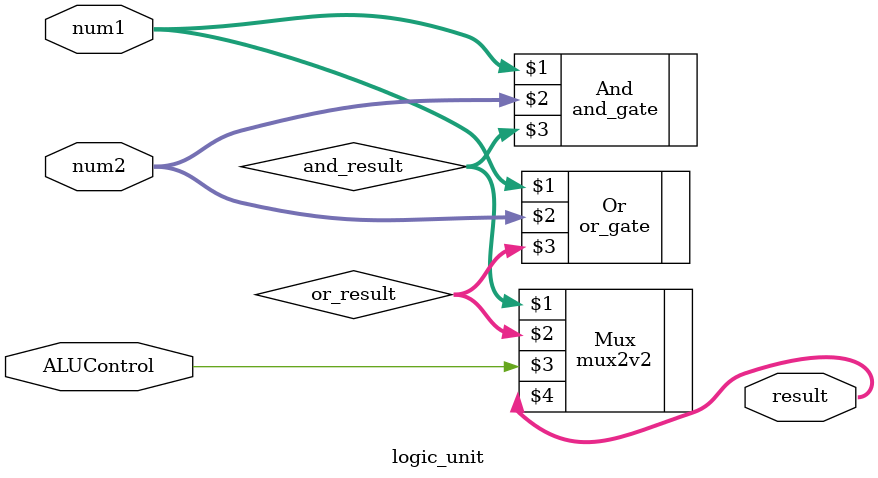
<source format=sv>
module logic_unit #(parameter N = 8)
						(input logic [N-1:0] num1, num2,
						input logic ALUControl,
						output logic[N-1:0] result);
		
	logic [N-1:0] or_result, and_result;
	or_gate #(N) Or(num1, num2, or_result); 
	and_gate #(N) And(num1, num2, and_result);
	mux2v2 #(N) Mux(and_result, or_result, ALUControl, result);
			
endmodule 
</source>
